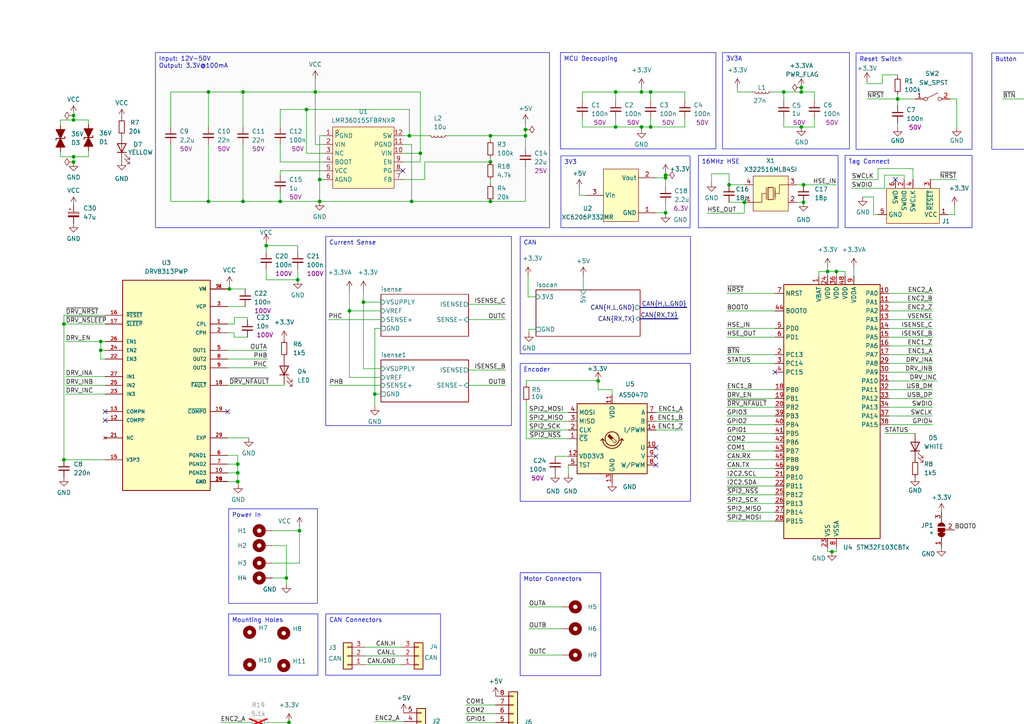
<source format=kicad_sch>
(kicad_sch (version 20250114) (generator "eeschema") (generator_version "9.0")
  (paper "A4")
  (text_box "Motor Connectors\n" (at 150.876 166.116 0) (size 23.368 29.845) (margins 0.9525 0.9525 0.9525 0.9525) (effects (font (size 1.27 1.27)) (justify left top)))
  (text_box "Mounting Holes\n" (at 66.294 178.054 0) (size 25.908 17.78) (margins 0.9525 0.9525 0.9525 0.9525) (effects (font (size 1.27 1.27)) (justify left top)))
  (text_box "MCU\n\n" (at 385.826 28.194 0) (size 78.994 94.996) (margins 0.9525 0.9525 0.9525 0.9525) (effects (font (size 1.27 1.27)) (justify left top)))
  (text_box "CAN Connectors\n\n" (at 94.488 178.054 0) (size 33.274 17.78) (margins 0.9525 0.9525 0.9525 0.9525) (effects (font (size 1.27 1.27)) (justify left top)))
  (text_box "Reset Switch\n" (at 248.285 15.367 0) (size 33.655 27.94) (margins 0.9525 0.9525 0.9525 0.9525) (effects (font (size 1.27 1.27)) (justify left top)))
  (text_box "3V3A\n\n" (at 209.55 15.24 0) (size 36.83 27.94) (margins 0.9525 0.9525 0.9525 0.9525) (effects (font (size 1.27 1.27)) (justify left top)))
  (text_box "16MHz HSE" (at 202.565 45.085 0) (size 40.513 20.955) (margins 0.9525 0.9525 0.9525 0.9525) (effects (font (size 1.27 1.27)) (justify left top)))
  (text_box "3V3\n" (at 162.687 45.212 0) (size 37.465 20.828) (margins 0.9525 0.9525 0.9525 0.9525) (effects (font (size 1.27 1.27)) (justify left top)))
  (text_box "MCU Decoupling\n\n" (at 162.56 15.24 0) (size 45.085 27.94) (margins 0.9525 0.9525 0.9525 0.9525) (effects (font (size 1.27 1.27)) (justify left top)))
  (text_box "CAN\n" (at 150.876 68.58 0) (size 49.403 34.036) (margins 0.9525 0.9525 0.9525 0.9525) (effects (font (size 1.27 1.27)) (justify left top)))
  (text_box "Power In\n" (at 66.294 147.574 0) (size 25.781 27.432) (margins 0.9525 0.9525 0.9525 0.9525) (effects (font (size 1.27 1.27)) (justify left top)))
  (text_box "Encoder\n" (at 150.876 105.41 0) (size 49.403 40.005) (margins 0.9525 0.9525 0.9525 0.9525) (effects (font (size 1.27 1.27)) (justify left top)))
  (text_box "Tag Connect\n" (at 245.11 45.085 0) (size 36.83 20.955) (margins 0.9525 0.9525 0.9525 0.9525) (effects (font (size 1.27 1.27)) (justify left top)))
  (text_box "Current Sense\n" (at 94.488 68.58 0) (size 53.848 54.864) (margins 0.9525 0.9525 0.9525 0.9525) (effects (font (size 1.27 1.27)) (justify left top)))
  (text_box "Button\n\n" (at 287.655 15.367 0) (size 33.655 27.94) (margins 0.9525 0.9525 0.9525 0.9525) (effects (font (size 1.27 1.27)) (justify left top)))
  (text_box "Input: 12V-50V \nOutput: 3.3V@100mA" (at 45.085 15.24 0) (size 114.3 50.8) (margins 0.9525 0.9525 0.9525 0.9525) (fill (type color) (color 194 194 194 0.06)) (effects (font (size 1.27 1.27)) (justify left top)))
  (junction (at 83.058 167.64))
  (junction (at -29.21 189.23))
  (junction (at 152.4 39.37))
  (junction (at 77.216 71.247))
  (junction (at 70.485 58.42))
  (junction (at 83.312 242.57))
  (junction (at 21.336 34.798))
  (junction (at 188.722 26.67))
  (junction (at 186.055 26.67))
  (junction (at 152.4 37.592))
  (junction (at 60.452 26.67))
  (junction (at 105.41 87.63))
  (junction (at 86.868 153.924))
  (junction (at 142.24 58.42))
  (junction (at 29.21 101.6))
  (junction (at 215.9 58.674))
  (junction (at 18.542 93.98))
  (junction (at 241.3 160.02))
  (junction (at -15.24 194.31))
  (junction (at 186.055 36.83))
  (junction (at 68.961 139.7))
  (junction (at 215.9 232.41))
  (junction (at 121.92 44.45))
  (junction (at 108.712 114.3))
  (junction (at 119.38 58.42))
  (junction (at 260.35 28.702))
  (junction (at 18.542 133.35))
  (junction (at 232.41 25.4))
  (junction (at -27.94 163.83))
  (junction (at 83.312 234.95))
  (junction (at 211.455 53.594))
  (junction (at 233.045 58.674))
  (junction (at 173.482 110.49))
  (junction (at 88.9 31.75))
  (junction (at 21.336 33.528))
  (junction (at 86.36 81.153))
  (junction (at 193.04 50.8))
  (junction (at 242.57 78.74))
  (junction (at 101.346 90.17))
  (junction (at 227.33 26.67))
  (junction (at 240.03 78.74))
  (junction (at 118.745 39.37))
  (junction (at 83.82 209.55))
  (junction (at 142.24 39.37))
  (junction (at 233.045 53.594))
  (junction (at 21.336 46.99))
  (junction (at 70.485 26.67))
  (junction (at 193.04 61.722))
  (junction (at 81.28 58.42))
  (junction (at 232.41 36.83))
  (junction (at 68.961 137.16))
  (junction (at 68.961 134.62))
  (junction (at 60.452 58.42))
  (junction (at 92.71 58.42))
  (junction (at 91.44 26.67))
  (junction (at 188.722 36.83))
  (junction (at 66.548 83.82))
  (junction (at 92.71 52.07))
  (junction (at 193.04 51.562))
  (junction (at -11.684 213.868))
  (junction (at 178.562 36.83))
  (junction (at 83.82 217.17))
  (junction (at 29.21 99.06))
  (junction (at 21.336 45.466))
  (junction (at 178.562 26.67))
  (junction (at 232.41 26.67))
  (junction (at 142.24 46.99))
  (no_connect (at 190.246 132.334))
  (no_connect (at 190.246 129.794))
  (no_connect (at 116.84 49.53))
  (no_connect (at 259.715 52.07))
  (no_connect (at -53.34 189.23))
  (no_connect (at 30.48 121.92))
  (no_connect (at 190.246 134.874))
  (no_connect (at 224.79 107.95))
  (no_connect (at -31.75 181.61))
  (no_connect (at 66.04 119.38))
  (no_connect (at -31.75 166.37))
  (no_connect (at -53.34 161.29))
  (no_connect (at 30.48 119.38))
  (wire (pts (xy 66.04 127) (xy 72.136 127)))
  (wire (pts (xy 21.336 34.798) (xy 21.336 33.528)))
  (wire (pts (xy 18.542 93.98) (xy 18.542 91.44)))
  (wire (pts (xy 193.04 61.976) (xy 193.04 61.722)))
  (wire (pts (xy 232.41 26.67) (xy 236.22 26.67)))
  (wire (pts (xy -5.334 213.868) (xy 9.144 213.868)))
  (wire (pts (xy 253.365 62.23) (xy 254.635 62.23)))
  (wire (pts (xy 215.9 61.849) (xy 215.9 58.674)))
  (wire (pts (xy 81.28 49.53) (xy 81.28 50.8)))
  (wire (pts (xy 66.04 134.62) (xy 68.961 134.62)))
  (wire (pts (xy -31.75 189.23) (xy -29.21 189.23)))
  (wire (pts (xy 86.868 152.654) (xy 86.868 153.924)))
  (wire (pts (xy 70.485 36.83) (xy 70.485 26.67)))
  (wire (pts (xy 17.526 45.466) (xy 21.336 45.466)))
  (wire (pts (xy -29.21 161.29) (xy -31.75 161.29)))
  (wire (pts (xy -47.752 214.63) (xy -40.894 214.63)))
  (wire (pts (xy 81.28 58.42) (xy 92.71 58.42)))
  (wire (pts (xy 135.128 217.17) (xy 143.764 217.17)))
  (wire (pts (xy 256.54 54.61) (xy 256.54 50.8)))
  (wire (pts (xy 78.994 167.64) (xy 83.058 167.64)))
  (wire (pts (xy 215.9 231.14) (xy 215.9 232.41)))
  (wire (pts (xy 210.82 130.81) (xy 224.79 130.81)))
  (wire (pts (xy 29.21 99.06) (xy 29.21 101.6)))
  (wire (pts (xy 256.54 50.8) (xy 262.255 50.8)))
  (wire (pts (xy 253.365 57.15) (xy 253.365 62.23)))
  (wire (pts (xy 19.05 111.76) (xy 30.48 111.76)))
  (wire (pts (xy 77.47 217.17) (xy 83.82 217.17)))
  (wire (pts (xy 82.423 111.252) (xy 82.423 111.76)))
  (wire (pts (xy 277.495 36.957) (xy 277.495 28.702)))
  (wire (pts (xy 49.53 41.91) (xy 49.53 58.42)))
  (wire (pts (xy 237.49 80.01) (xy 237.49 78.74)))
  (wire (pts (xy 215.9 238.76) (xy 215.9 241.3)))
  (wire (pts (xy 210.82 105.41) (xy 224.79 105.41)))
  (wire (pts (xy 77.216 71.247) (xy 77.216 73.025)))
  (wire (pts (xy 240.03 78.74) (xy 240.03 80.01)))
  (wire (pts (xy 95.504 111.76) (xy 110.49 111.76)))
  (wire (pts (xy 68.961 132.08) (xy 66.04 132.08)))
  (wire (pts (xy 186.055 36.83) (xy 188.722 36.83)))
  (wire (pts (xy -31.75 171.45) (xy -13.97 171.45)))
  (wire (pts (xy 64.008 224.79) (xy 72.39 224.79)))
  (wire (pts (xy 116.84 52.07) (xy 123.19 52.07)))
  (wire (pts (xy 21.336 33.528) (xy 21.336 33.274)))
  (wire (pts (xy 142.24 40.64) (xy 142.24 39.37)))
  (wire (pts (xy 123.19 46.99) (xy 123.19 52.07)))
  (wire (pts (xy 69.088 140.462) (xy 69.088 139.7)))
  (wire (pts (xy 227.33 26.67) (xy 227.33 29.21)))
  (wire (pts (xy 173.482 110.49) (xy 173.482 113.03)))
  (wire (pts (xy 257.81 120.65) (xy 270.51 120.65)))
  (wire (pts (xy 276.86 59.69) (xy 276.86 62.23)))
  (wire (pts (xy 91.44 26.67) (xy 91.44 41.91)))
  (wire (pts (xy 240.03 160.02) (xy 240.03 158.75)))
  (wire (pts (xy 153.416 119.634) (xy 164.846 119.634)))
  (wire (pts (xy 164.846 134.874) (xy 164.846 137.414)))
  (wire (pts (xy 251.46 28.702) (xy 260.35 28.702)))
  (wire (pts (xy 70.485 58.42) (xy 81.28 58.42)))
  (wire (pts (xy 169.164 80.01) (xy 169.164 84.074)))
  (wire (pts (xy 66.04 93.98) (xy 67.945 93.98)))
  (wire (pts (xy 193.04 50.8) (xy 193.04 50.292)))
  (wire (pts (xy 105.41 106.934) (xy 110.49 106.934)))
  (wire (pts (xy 153.416 189.992) (xy 163.068 189.992)))
  (wire (pts (xy 63.5 242.57) (xy 71.882 242.57)))
  (wire (pts (xy 210.82 146.05) (xy 224.79 146.05)))
  (wire (pts (xy 233.045 53.594) (xy 242.57 53.594)))
  (wire (pts (xy 60.452 58.42) (xy 70.485 58.42)))
  (wire (pts (xy 240.03 78.74) (xy 242.57 78.74)))
  (wire (pts (xy 152.4 35.814) (xy 152.4 37.592)))
  (wire (pts (xy -21.336 213.868) (xy -11.684 213.868)))
  (wire (pts (xy 178.562 26.67) (xy 178.562 29.21)))
  (wire (pts (xy 119.38 41.91) (xy 119.38 58.42)))
  (wire (pts (xy 257.81 107.95) (xy 270.51 107.95)))
  (wire (pts (xy 153.416 124.714) (xy 164.846 124.714)))
  (wire (pts (xy -31.75 176.53) (xy -13.97 176.53)))
  (wire (pts (xy 198.628 29.21) (xy 198.628 26.67)))
  (wire (pts (xy 30.48 104.14) (xy 29.21 104.14)))
  (wire (pts (xy 153.416 122.174) (xy 164.846 122.174)))
  (wire (pts (xy 193.04 51.562) (xy 193.04 50.8)))
  (wire (pts (xy 186.055 37.465) (xy 186.055 36.83)))
  (wire (pts (xy 86.36 78.105) (xy 86.36 81.153)))
  (wire (pts (xy 210.82 123.19) (xy 224.79 123.19)))
  (wire (pts (xy 210.82 143.51) (xy 224.79 143.51)))
  (wire (pts (xy 213.868 26.67) (xy 218.44 26.67)))
  (wire (pts (xy 153.416 182.372) (xy 163.068 182.372)))
  (wire (pts (xy 290.83 28.702) (xy 304.8 28.702)))
  (wire (pts (xy 18.542 93.98) (xy 30.48 93.98)))
  (wire (pts (xy -17.78 184.15) (xy -31.75 184.15)))
  (wire (pts (xy 251.46 24.257) (xy 251.46 23.622)))
  (wire (pts (xy 83.058 167.64) (xy 83.058 169.418)))
  (wire (pts (xy -15.24 194.31) (xy -12.7 194.31)))
  (wire (pts (xy 105.918 192.786) (xy 116.332 192.786)))
  (wire (pts (xy 76.962 242.57) (xy 83.312 242.57)))
  (wire (pts (xy 119.38 58.42) (xy 142.24 58.42)))
  (wire (pts (xy 83.058 158.242) (xy 83.058 167.64)))
  (wire (pts (xy 121.92 44.45) (xy 121.92 26.67)))
  (wire (pts (xy 21.336 34.798) (xy 17.526 34.798)))
  (wire (pts (xy 121.92 26.67) (xy 91.44 26.67)))
  (wire (pts (xy 101.346 90.17) (xy 110.49 90.17)))
  (wire (pts (xy 257.81 92.71) (xy 270.51 92.71)))
  (wire (pts (xy 168.021 56.642) (xy 169.926 56.642)))
  (wire (pts (xy 210.82 125.73) (xy 224.79 125.73)))
  (wire (pts (xy 92.71 52.07) (xy 92.71 58.42)))
  (wire (pts (xy 81.28 31.75) (xy 88.9 31.75)))
  (wire (pts (xy 152.4 58.42) (xy 142.24 58.42)))
  (wire (pts (xy 168.91 26.67) (xy 178.562 26.67)))
  (wire (pts (xy 68.961 134.62) (xy 68.961 137.16)))
  (wire (pts (xy 260.35 27.305) (xy 260.35 28.702)))
  (wire (pts (xy -17.78 194.31) (xy -15.24 194.31)))
  (wire (pts (xy 245.11 80.01) (xy 245.11 78.74)))
  (wire (pts (xy 60.452 41.91) (xy 60.452 58.42)))
  (wire (pts (xy 67.945 96.52) (xy 67.945 97.79)))
  (wire (pts (xy 68.961 137.16) (xy 68.961 139.7)))
  (wire (pts (xy 91.44 23.114) (xy 91.44 26.67)))
  (wire (pts (xy 49.53 36.83) (xy 49.53 26.67)))
  (wire (pts (xy 257.81 95.25) (xy 270.51 95.25)))
  (wire (pts (xy -29.21 195.58) (xy -29.21 189.23)))
  (wire (pts (xy 186.055 26.67) (xy 188.722 26.67)))
  (wire (pts (xy 153.162 80.01) (xy 153.162 86.106)))
  (wire (pts (xy 63.5 250.19) (xy 71.882 250.19)))
  (wire (pts (xy 71.755 92.71) (xy 71.755 92.075)))
  (wire (pts (xy 64.008 217.17) (xy 72.39 217.17)))
  (wire (pts (xy 168.91 29.21) (xy 168.91 26.67)))
  (wire (pts (xy 251.46 24.257) (xy 255.905 24.257)))
  (wire (pts (xy -15.24 194.31) (xy -15.24 195.58)))
  (wire (pts (xy 210.82 97.79) (xy 224.79 97.79)))
  (wire (pts (xy -31.75 168.91) (xy -12.7 168.91)))
  (wire (pts (xy 257.81 87.63) (xy 270.51 87.63)))
  (wire (pts (xy 60.452 26.67) (xy 70.485 26.67)))
  (wire (pts (xy 121.92 46.99) (xy 121.92 44.45)))
  (wire (pts (xy 76.962 250.19) (xy 83.312 250.19)))
  (wire (pts (xy 231.14 58.674) (xy 233.045 58.674)))
  (wire (pts (xy 108.712 214.376) (xy 117.094 214.376)))
  (wire (pts (xy -5.334 216.408) (xy 9.398 216.408)))
  (wire (pts (xy 210.82 133.35) (xy 224.79 133.35)))
  (wire (pts (xy 316.865 36.957) (xy 316.865 28.702)))
  (wire (pts (xy -62.484 214.63) (xy -55.372 214.63)))
  (wire (pts (xy 78.994 163.322) (xy 86.868 163.322)))
  (wire (pts (xy 241.3 160.02) (xy 240.03 160.02)))
  (wire (pts (xy 135.128 209.55) (xy 143.764 209.55)))
  (wire (pts (xy 95.25 92.71) (xy 110.49 92.71)))
  (wire (pts (xy 215.9 232.41) (xy 215.9 233.68)))
  (wire (pts (xy 210.82 102.87) (xy 224.79 102.87)))
  (wire (pts (xy 210.82 95.25) (xy 224.79 95.25)))
  (wire (pts (xy 66.04 101.6) (xy 77.47 101.6)))
  (wire (pts (xy 206.375 50.419) (xy 211.455 50.419)))
  (wire (pts (xy 231.14 53.594) (xy 233.045 53.594)))
  (wire (pts (xy 25.654 34.798) (xy 21.336 34.798)))
  (wire (pts (xy 118.745 31.75) (xy 118.745 39.37)))
  (wire (pts (xy 88.9 31.75) (xy 118.745 31.75)))
  (wire (pts (xy 93.98 39.37) (xy 92.71 39.37)))
  (wire (pts (xy 257.81 90.17) (xy 270.51 90.17)))
  (wire (pts (xy 188.722 34.29) (xy 188.722 36.83)))
  (wire (pts (xy 193.04 51.562) (xy 193.04 54.102)))
  (wire (pts (xy 30.48 133.35) (xy 18.542 133.35)))
  (wire (pts (xy 255.905 24.257) (xy 255.905 21.717)))
  (wire (pts (xy 71.755 92.075) (xy 67.945 92.075)))
  (wire (pts (xy 29.21 101.6) (xy 30.48 101.6)))
  (wire (pts (xy 190.246 61.722) (xy 193.04 61.722)))
  (wire (pts (xy 108.712 95.25) (xy 108.712 114.3)))
  (wire (pts (xy 168.91 36.83) (xy 178.562 36.83)))
  (wire (pts (xy 135.89 92.71) (xy 146.685 92.71)))
  (wire (pts (xy 135.128 204.47) (xy 143.764 204.47)))
  (wire (pts (xy 101.346 109.474) (xy 110.49 109.474)))
  (wire (pts (xy 19.05 114.3) (xy 30.48 114.3)))
  (wire (pts (xy 242.57 160.02) (xy 242.57 158.75)))
  (bus (pts (xy 185.674 92.456) (xy 196.596 92.456)))
  (wire (pts (xy 188.722 26.67) (xy 188.722 29.21)))
  (wire (pts (xy 211.455 53.594) (xy 215.9 53.594)))
  (wire (pts (xy 135.89 107.315) (xy 146.685 107.315)))
  (wire (pts (xy 135.128 214.63) (xy 143.764 214.63)))
  (wire (pts (xy 49.53 58.42) (xy 60.452 58.42)))
  (wire (pts (xy 173.482 113.03) (xy 177.546 113.03)))
  (wire (pts (xy 19.05 109.22) (xy 30.48 109.22)))
  (wire (pts (xy 93.98 44.45) (xy 88.9 44.45)))
  (wire (pts (xy 257.81 102.87) (xy 270.51 102.87)))
  (wire (pts (xy 25.654 43.688) (xy 25.654 45.466)))
  (wire (pts (xy 105.918 190.246) (xy 116.332 190.246)))
  (wire (pts (xy 224.79 113.03) (xy 210.82 113.03)))
  (wire (pts (xy 152.654 127.254) (xy 164.846 127.254)))
  (wire (pts (xy 83.82 217.17) (xy 83.82 209.55)))
  (wire (pts (xy 29.21 99.06) (xy 30.48 99.06)))
  (wire (pts (xy 101.346 90.17) (xy 101.346 109.474)))
  (wire (pts (xy 17.526 43.942) (xy 17.526 45.466)))
  (wire (pts (xy 276.86 62.23) (xy 274.955 62.23)))
  (wire (pts (xy 206.375 52.959) (xy 206.375 50.419)))
  (wire (pts (xy 264.795 52.07) (xy 264.795 48.895)))
  (wire (pts (xy -21.082 216.408) (xy -10.414 216.408)))
  (wire (pts (xy 232.41 36.83) (xy 236.22 36.83)))
  (wire (pts (xy 77.216 81.153) (xy 86.36 81.153)))
  (wire (pts (xy 257.81 100.33) (xy 270.51 100.33)))
  (wire (pts (xy 66.548 83.82) (xy 71.12 83.82)))
  (wire (pts (xy 152.654 111.506) (xy 152.654 110.363)))
  (wire (pts (xy 77.216 70.612) (xy 77.216 71.247)))
  (wire (pts (xy 67.945 92.075) (xy 67.945 93.98)))
  (wire (pts (xy 68.961 134.62) (xy 68.961 132.08)))
  (wire (pts (xy 135.89 88.265) (xy 146.685 88.265)))
  (wire (pts (xy 108.712 211.836) (xy 117.094 211.836)))
  (wire (pts (xy 178.562 34.29) (xy 178.562 36.83)))
  (wire (pts (xy -31.75 173.99) (xy -13.97 173.99)))
  (wire (pts (xy 92.71 58.42) (xy 119.38 58.42)))
  (wire (pts (xy 91.44 41.91) (xy 93.98 41.91)))
  (bus (pts (xy 185.674 89.154) (xy 199.136 89.154)))
  (wire (pts (xy 257.81 118.11) (xy 270.51 118.11)))
  (wire (pts (xy 92.71 39.37) (xy 92.71 52.07)))
  (wire (pts (xy 210.82 115.57) (xy 224.79 115.57)))
  (wire (pts (xy 18.542 91.44) (xy 30.48 91.44)))
  (wire (pts (xy 108.712 95.25) (xy 110.49 95.25)))
  (wire (pts (xy 242.57 78.74) (xy 245.11 78.74)))
  (wire (pts (xy -11.684 213.868) (xy -10.414 213.868)))
  (wire (pts (xy 135.128 207.01) (xy 143.764 207.01)))
  (wire (pts (xy 70.485 41.91) (xy 70.485 58.42)))
  (wire (pts (xy 232.41 25.4) (xy 232.41 26.67)))
  (wire (pts (xy 257.81 85.09) (xy 270.51 85.09)))
  (wire (pts (xy -31.75 179.07) (xy -13.97 179.07)))
  (wire (pts (xy 116.84 44.45) (xy 121.92 44.45)))
  (wire (pts (xy 210.82 85.09) (xy 224.79 85.09)))
  (wire (pts (xy 210.82 118.11) (xy 224.79 118.11)))
  (wire (pts (xy 277.495 28.702) (xy 275.59 28.702)))
  (wire (pts (xy 35.306 39.37) (xy 35.306 39.116)))
  (wire (pts (xy 68.961 139.7) (xy 69.088 139.7)))
  (wire (pts (xy 188.722 36.83) (xy 198.628 36.83)))
  (wire (pts (xy 76.962 234.95) (xy 83.312 234.95)))
  (wire (pts (xy 142.24 39.37) (xy 152.4 39.37)))
  (wire (pts (xy 152.654 116.586) (xy 152.654 127.254)))
  (wire (pts (xy -17.78 187.96) (xy -17.78 184.15)))
  (wire (pts (xy 277.495 52.07) (xy 269.875 52.07)))
  (wire (pts (xy 198.628 36.83) (xy 198.628 34.29)))
  (wire (pts (xy 227.33 36.83) (xy 232.41 36.83)))
  (wire (pts (xy 173.482 110.363) (xy 173.482 110.49)))
  (wire (pts (xy 105.41 87.63) (xy 110.49 87.63)))
  (wire (pts (xy 190.246 51.562) (xy 193.04 51.562)))
  (wire (pts (xy -11.684 211.836) (xy -11.684 213.868)))
  (wire (pts (xy 256.54 125.73) (xy 265.43 125.73)))
  (wire (pts (xy 83.312 250.19) (xy 83.312 242.57)))
  (wire (pts (xy -29.21 189.23) (xy -29.21 161.29)))
  (wire (pts (xy 210.82 151.13) (xy 224.79 151.13)))
  (wire (pts (xy 255.905 21.717) (xy 260.35 21.717)))
  (wire (pts (xy 210.82 148.59) (xy 224.79 148.59)))
  (wire (pts (xy 101.346 84.074) (xy 101.346 90.17)))
  (wire (pts (xy 86.36 71.247) (xy 86.36 73.025)))
  (wire (pts (xy 118.745 39.37) (xy 116.84 39.37)))
  (wire (pts (xy 168.91 34.29) (xy 168.91 36.83)))
  (wire (pts (xy 153.416 176.022) (xy 163.068 176.022)))
  (wire (pts (xy 152.654 110.363) (xy 173.482 110.363)))
  (wire (pts (xy 77.216 78.105) (xy 77.216 81.153)))
  (wire (pts (xy 236.22 36.83) (xy 236.22 34.29)))
  (wire (pts (xy 190.246 122.174) (xy 198.12 122.174)))
  (wire (pts (xy -27.94 163.83) (xy -31.75 163.83)))
  (wire (pts (xy 66.04 139.7) (xy 68.961 139.7)))
  (wire (pts (xy 18.542 133.35) (xy 18.542 93.98)))
  (wire (pts (xy 64.008 209.55) (xy 72.39 209.55)))
  (wire (pts (xy -27.94 153.67) (xy -27.94 163.83)))
  (wire (pts (xy 210.82 138.43) (xy 224.79 138.43)))
  (wire (pts (xy 178.562 26.67) (xy 186.055 26.67)))
  (wire (pts (xy 93.98 49.53) (xy 81.28 49.53)))
  (wire (pts (xy 152.4 37.592) (xy 152.4 39.37)))
  (wire (pts (xy 83.312 242.57) (xy 83.312 234.95)))
  (wire (pts (xy 257.81 105.41) (xy 270.51 105.41)))
  (wire (pts (xy 236.22 26.67) (xy 236.22 29.21)))
  (wire (pts (xy 66.04 106.68) (xy 77.47 106.68)))
  (wire (pts (xy 21.336 45.466) (xy 21.336 46.99)))
  (wire (pts (xy -12.7 194.31) (xy -12.7 193.04)))
  (wire (pts (xy 210.82 140.97) (xy 224.79 140.97)))
  (wire (pts (xy 105.41 87.63) (xy 105.41 84.074)))
  (wire (pts (xy 247.015 54.61) (xy 256.54 54.61)))
  (wire (pts (xy 270.51 115.57) (xy 257.81 115.57)))
  (wire (pts (xy 198.628 26.67) (xy 188.722 26.67)))
  (wire (pts (xy 78.994 153.924) (xy 86.868 153.924)))
  (wire (pts (xy 227.33 26.67) (xy 232.41 26.67)))
  (wire (pts (xy 29.21 104.14) (xy 29.21 101.6)))
  (wire (pts (xy 153.162 86.106) (xy 155.448 86.106)))
  (wire (pts (xy 205.105 61.849) (xy 215.9 61.849)))
  (wire (pts (xy 210.82 128.27) (xy 224.79 128.27)))
  (wire (pts (xy 260.35 21.717) (xy 260.35 22.225)))
  (wire (pts (xy 210.82 90.17) (xy 224.79 90.17)))
  (wire (pts (xy 316.865 28.702) (xy 314.96 28.702)))
  (wire (pts (xy 77.47 224.79) (xy 83.82 224.79)))
  (wire (pts (xy 270.51 123.19) (xy 257.81 123.19)))
  (wire (pts (xy 78.994 158.242) (xy 83.058 158.242)))
  (wire (pts (xy 190.246 124.714) (xy 198.12 124.714)))
  (wire (pts (xy 153.416 95.504) (xy 155.448 95.504)))
  (wire (pts (xy 142.24 52.07) (xy 142.24 53.34)))
  (wire (pts (xy 88.9 44.45) (xy 88.9 31.75)))
  (wire (pts (xy 152.4 39.37) (xy 152.4 43.18)))
  (wire (pts (xy 66.04 83.82) (xy 66.548 83.82)))
  (wire (pts (xy 152.4 48.26) (xy 152.4 58.42)))
  (wire (pts (xy 105.918 187.706) (xy 116.332 187.706)))
  (wire (pts (xy 66.04 88.9) (xy 71.12 88.9)))
  (wire (pts (xy 207.518 232.41) (xy 215.9 232.41)))
  (wire (pts (xy 262.255 50.8) (xy 262.255 52.07)))
  (wire (pts (xy 210.82 120.65) (xy 224.79 120.65)))
  (wire (pts (xy 260.35 28.702) (xy 260.35 30.607)))
  (wire (pts (xy 66.04 96.52) (xy 67.945 96.52)))
  (wire (pts (xy 108.712 114.3) (xy 108.712 117.856)))
  (wire (pts (xy 25.654 34.798) (xy 25.654 36.068)))
  (wire (pts (xy 213.868 25.4) (xy 213.868 26.67)))
  (wire (pts (xy 135.89 111.76) (xy 146.685 111.76)))
  (wire (pts (xy 70.485 26.67) (xy 91.44 26.67)))
  (wire (pts (xy 49.53 26.67) (xy 60.452 26.67)))
  (wire (pts (xy 271.78 110.49) (xy 257.81 110.49)))
  (wire (pts (xy 241.3 160.02) (xy 242.57 160.02)))
  (wire (pts (xy 77.216 71.247) (xy 86.36 71.247)))
  (wire (pts (xy 81.28 55.88) (xy 81.28 58.42)))
  (wire (pts (xy 168.021 54.61) (xy 168.021 56.642)))
  (wire (pts (xy 177.546 113.03) (xy 177.546 114.554)))
  (wire (pts (xy 190.246 119.634) (xy 198.12 119.634)))
  (wire (pts (xy 66.04 104.14) (xy 77.597 104.14)))
  (wire (pts (xy 66.548 82.804) (xy 66.548 83.82)))
  (wire (pts (xy 264.795 48.895) (xy 254.635 48.895)))
  (wire (pts (xy -31.75 186.69) (xy -27.94 186.69)))
  (wire (pts (xy 81.28 46.99) (xy 93.98 46.99)))
  (wire (pts (xy 270.51 113.03) (xy 257.81 113.03)))
  (wire (pts (xy 178.562 36.83) (xy 186.055 36.83)))
  (wire (pts (xy 242.57 78.74) (xy 242.57 80.01)))
  (wire (pts (xy 123.19 46.99) (xy 142.24 46.99)))
  (wire (pts (xy -12.7 168.91) (xy -12.7 187.96)))
  (wire (pts (xy 260.35 28.702) (xy 265.43 28.702)))
  (wire (pts (xy 60.452 26.67) (xy 60.452 36.83)))
  (wire (pts (xy 210.82 135.89) (xy 224.79 135.89)))
  (wire (pts (xy 105.41 87.63) (xy 105.41 106.934)))
  (wire (pts (xy 67.945 97.79) (xy 71.755 97.79)))
  (wire (pts (xy 193.04 61.722) (xy 193.04 59.182)))
  (wire (pts (xy -27.94 186.69) (xy -27.94 163.83)))
  (wire (pts (xy 211.455 50.419) (xy 211.455 53.594)))
  (wire (pts (xy 223.52 26.67) (xy 227.33 26.67)))
  (wire (pts (xy 211.455 58.674) (xy 215.9 58.674)))
  (wire (pts (xy 92.71 52.07) (xy 93.98 52.07)))
  (wire (pts (xy -17.78 193.04) (xy -17.78 194.31)))
  (wire (pts (xy 240.03 77.47) (xy 240.03 78.74)))
  (wire (pts (xy 110.49 114.3) (xy 108.712 114.3)))
  (wire (pts (xy 142.24 45.72) (xy 142.24 46.99)))
  (wire (pts (xy 247.65 77.47) (xy 247.65 80.01)))
  (wire (pts (xy 260.35 36.957) (xy 260.35 35.687)))
  (wire (pts (xy 83.82 224.79) (xy 83.82 217.17)))
  (wire (pts (xy 227.33 34.29) (xy 227.33 36.83)))
  (wire (pts (xy 129.54 39.37) (xy 142.24 39.37)))
  (wire (pts (xy 63.5 234.95) (xy 71.882 234.95)))
  (wire (pts (xy 66.04 111.76) (xy 82.423 111.76)))
  (wire (pts (xy 254.635 52.07) (xy 247.015 52.07)))
  (wire (pts (xy 253.365 57.15) (xy 250.19 57.15)))
  (wire (pts (xy 108.712 209.296) (xy 117.094 209.296)))
  (wire (pts (xy 257.81 97.79) (xy 270.51 97.79)))
  (wire (pts (xy 17.526 34.798) (xy 17.526 36.322)))
  (wire (pts (xy 118.745 39.37) (xy 124.46 39.37)))
  (wire (pts (xy 153.416 96.52) (xy 153.416 95.504)))
  (wire (pts (xy 81.28 31.75) (xy 81.28 36.83)))
  (wire (pts (xy 81.28 46.99) (xy 81.28 41.91)))
  (wire (pts (xy 86.868 153.924) (xy 86.868 163.322)))
  (wire (pts (xy 21.336 45.466) (xy 25.654 45.466)))
  (wire (pts (xy 237.49 78.74) (xy 240.03 78.74)))
  (wire (pts (xy 161.036 132.334) (xy 164.846 132.334)))
  (wire (pts (xy 19.05 99.06) (xy 29.21 99.06)))
  (wire (pts (xy 186.055 25.4) (xy 186.055 26.67)))
  (wire (pts (xy 116.84 46.99) (xy 121.92 46.99)))
  (wire (pts (xy 77.47 209.55) (xy 83.82 209.55)))
  (wire (pts (xy 135.128 212.09) (xy 143.764 212.09)))
  (wire (pts (xy 116.84 41.91) (xy 119.38 41.91)))
  (wire (pts (xy 66.04 137.16) (xy 68.961 137.16)))
  (wire (pts (xy 254.635 48.895) (xy 254.635 52.07)))
  (label "CAN.TX" (at 210.82 135.89 0))
  (label "~{NRST}" (at 277.495 52.07 180))
  (label "CAN.H" (at 114.808 187.706 180))
  (label "ENC1_A" (at 198.12 119.634 180))
  (label "SWCLK" (at 270.51 120.65 180))
  (label "BOOT0" (at 276.86 153.67 0))
  (label "DRV_INA" (at 19.05 109.22 0))
  (label "GPIO2" (at 135.128 212.09 0))
  (label "ENC1_A" (at 270.51 102.87 180))
  (label "COM2" (at 210.82 128.27 0))
  (label "CAN{RX,TX}" (at 196.596 92.456 180))
  (label "~{DRV_NRST}" (at 19.05 91.44 0))
  (label "CAN.GND" (at 114.808 192.786 180))
  (label "OUTC" (at 146.685 92.71 180))
  (label "USB_DM_EXT" (at 9.398 216.408 180))
  (label "PHC" (at 77.47 106.68 180))
  (label "PHB" (at 95.504 111.76 0))
  (label "SWCLK" (at 247.015 52.07 0))
  (label "DRV_INA" (at 270.51 105.41 180))
  (label "I2C2.SCL" (at 210.82 138.43 0))
  (label "~{NRST}" (at 210.82 85.09 0))
  (label "SPI2_MISO" (at 210.82 148.59 0))
  (label "VSENSE" (at 270.51 92.71 180))
  (label "USB_DP_EXT" (at -13.97 173.99 180))
  (label "GPIO2" (at 210.82 123.19 0))
  (label "STATUS" (at 256.54 125.73 0))
  (label "STATUS" (at 210.82 105.41 0))
  (label "COM2" (at 135.128 207.01 0))
  (label "HSE_IN" (at 210.82 95.25 0))
  (label "USB_DM" (at -21.082 216.408 0))
  (label "ENC2_A" (at 270.51 85.09 180))
  (label "SWDIO" (at 270.51 118.11 180))
  (label "GPIO3" (at 135.128 214.63 0))
  (label "SPI2_MOSI" (at 153.416 119.634 0))
  (label "ENC1_B" (at 63.5 242.57 0))
  (label "ENC1_Z" (at 270.51 100.33 180))
  (label "~{BTN}" (at 290.83 28.702 0))
  (label "COM1" (at 210.82 130.81 0))
  (label "DRV_INC" (at 271.78 110.49 180))
  (label "~{DRV_NFAULT}" (at 210.82 118.11 0))
  (label "SPI2_SCK" (at 210.82 146.05 0))
  (label "ENC2_A" (at 108.712 209.296 0))
  (label "ENC2_Z" (at 270.51 90.17 180))
  (label "ENC2_Z" (at 108.712 214.376 0))
  (label "USB_DM_EXT" (at -13.97 171.45 180))
  (label "VSENSE" (at 207.518 232.41 0))
  (label "ENC2_A" (at 64.008 209.55 0))
  (label "ENC2_B" (at 270.51 87.63 180))
  (label "~{DRV_NSLEEP}" (at 19.05 93.98 0))
  (label "COM1" (at 135.128 204.47 0))
  (label "SPI2_MISO" (at 153.416 122.174 0))
  (label "GPIO1" (at 135.128 209.55 0))
  (label "ENC1_Z" (at 198.12 124.714 180))
  (label "SPI2_SCK" (at 153.416 124.714 0))
  (label "OUTC" (at 153.416 189.992 0))
  (label "ENC1_B" (at 210.82 113.03 0))
  (label "BOOT0" (at 210.82 90.17 0))
  (label "~{SPI2_NSS}" (at 153.543 127.254 0))
  (label "SWDIO" (at 247.015 54.61 0))
  (label "HSE_OUT" (at 210.82 97.79 0))
  (label "CAN{H,L,GND}" (at 199.136 89.154 180))
  (label "GPIO4" (at 135.128 217.17 0))
  (label "USB_DP" (at -21.336 213.868 0))
  (label "HSE_OUT" (at 205.105 61.849 0))
  (label "ISENSE_C" (at 146.685 88.265 180))
  (label "ENC1_Z" (at 63.5 250.19 0))
  (label "I2C2.SDA" (at 210.82 140.97 0))
  (label "~{NRST}" (at 251.46 28.702 0))
  (label "OUTB" (at 146.685 111.76 180))
  (label "USB_DP_EXT" (at 9.144 213.868 180))
  (label "OUTB" (at 153.416 182.372 0))
  (label "DRV_EN" (at 19.05 99.06 0))
  (label "USB_DP" (at 270.51 115.57 180))
  (label "ISENSE_C" (at 270.51 95.25 180))
  (label "HSE_IN" (at 242.57 53.594 180))
  (label "CAN.RX" (at 210.82 133.35 0))
  (label "OUTA" (at 153.416 176.022 0))
  (label "DRV_INB" (at 19.05 111.76 0))
  (label "PHC" (at 95.25 92.71 0))
  (label "ENC2_B" (at 108.712 211.836 0))
  (label "USB_DM" (at 270.51 113.03 180))
  (label "DRV_INC" (at 19.05 114.3 0))
  (label "ENC1_A" (at 63.5 234.95 0))
  (label "DRV_INB" (at 270.51 107.95 180))
  (label "CAN.L" (at 114.808 190.246 180))
  (label "ISENSE_B" (at 270.51 97.79 180))
  (label "OUTA" (at 77.47 101.6 180))
  (label "USB_DP_EXT" (at -13.97 179.07 180))
  (label "ENC2_Z" (at 64.008 224.79 0))
  (label "ISENSE_B" (at 146.685 107.315 180))
  (label "~{SPI2_NSS}" (at 210.82 143.51 0))
  (label "PHB" (at 77.597 104.14 180))
  (label "SPI2_MOSI" (at 210.82 151.13 0))
  (label "GPIO1" (at 210.82 125.73 0))
  (label "USB_DM_EXT" (at -13.97 176.53 180))
  (label "GPIO4" (at 270.51 123.19 180))
  (label "~{BTN}" (at 210.82 102.87 0))
  (label "ENC2_B" (at 64.008 217.17 0))
  (label "~{DRV_NFAULT}" (at 78.105 111.76 180))
  (label "ENC1_B" (at 198.12 122.174 180))
  (label "GPIO3" (at 210.82 120.65 0))
  (label "DRV_EN" (at 210.82 115.57 0))
  (symbol (lib_id "Device:C_Small") (at 260.35 33.147 0) (unit 1)
    (property "Reference" "C7" (at 262.89 31.877 0) (effects (justify left)))
    (property "Value" "100n" (at 262.89 34.417 0) (effects (justify left)))
    (property "Footprint" "Capacitor_SMD:C_0402_1005Metric" (effects (hide yes)))
    (property "Rating" "50V" (at 265.43 36.957 0))
    (property "LCSC" "C307331" (effects (hide yes)))
  )
  (symbol (lib_id "power:GND") (at 108.712 117.856 0) (unit 1)
    (property "Reference" "#PWR037" (effects (hide yes)))
    (property "Value" "GND" (at 108.712 122.301 0))
  )
  (symbol (lib_id "power:+3.3VA") (at 247.65 77.47 0) (unit 1)
    (property "Reference" "#PWR026" (effects (hide yes)))
    (property "Value" "+3.3VA" (at 247.65 72.39 0))
  )
  (symbol (lib_id "power:GND") (at 117.094 216.916 0) (mirror y) (unit 1)
    (property "Reference" "#PWR065" (effects (hide yes)))
    (property "Value" "GND" (at 113.538 218.186 0))
  )
  (symbol (lib_name "+3.3V_2") (lib_id "power:+3.3V") (at 251.46 23.622 0) (unit 1)
    (property "Reference" "#PWR01" (effects (hide yes)))
    (property "Value" "+3.3V" (at 251.46 19.812 0))
  )
  (symbol (lib_id "power:GND") (at 233.045 58.674 0) (unit 1)
    (property "Reference" "#PWR021" (effects (hide yes)))
    (property "Value" "GND" (at 233.045 63.754 0))
  )
  (symbol (lib_name "+3.3V_3") (lib_id "power:+3.3V") (at 173.482 110.49 0) (unit 1)
    (property "Reference" "#PWR035" (effects (hide yes)))
    (property "Value" "+3.3V" (at 173.228 106.934 0))
  )
  (symbol (lib_id "MCU_ST_STM32F1:STM32F103CBTx") (at 240.03 120.65 0) (unit 1)
    (property "Reference" "U4" (at 244.5259 158.75 0) (effects (justify left)))
    (property "Value" "STM32F103CBTx" (at 248.285 158.75 0) (effects (justify left)))
    (property "Footprint" "Package_QFP:LQFP-48_7x7mm_P0.5mm" (effects (hide yes)))
    (property "Datasheet" "https://www.st.com/resource/en/datasheet/stm32f103cb.pdf" (effects (hide yes)))
    (property "LCSC" "C8304" (effects (hide yes)))
  )
  (symbol (lib_id "Device:C_Small") (at 193.04 56.642 0) (unit 1)
    (property "Reference" "C18" (at 195.58 55.372 0) (effects (justify left)))
    (property "Value" "2.2u" (at 195.58 57.912 0) (effects (justify left)))
    (property "Footprint" "Capacitor_SMD:C_0402_1005Metric" (effects (hide yes)))
    (property "LCSC" "C12530" (effects (hide yes)))
    (property "Rating" "6.3V" (at 197.485 60.452 0))
  )
  (symbol (lib_id "power:GND") (at 18.542 138.43 0) (unit 1)
    (property "Reference" "#PWR02" (effects (hide yes)))
    (property "Value" "GND" (at 18.542 142.875 0))
  )
  (symbol (lib_id "easyeda:XC6206P332MR") (at 180.086 56.642 0) (unit 1)
    (property "Reference" "U2" (at 170.434 60.452 0))
    (property "Value" "XC6206P332MR" (at 170.434 62.992 0))
    (property "Footprint" "easyeda:SOT-23-3_L2.9-W1.6-P1.90-LS2.8-BR" (effects (hide yes)))
    (property "Datasheet" "https://lcsc.com/product-detail/Low-Dropout-Regulators-LDO_XC6206P332MR_C5446.html" (effects (hide yes)))
    (property "LCSC Part" "C5446" (effects (hide yes)))
  )
  (symbol (lib_id "Device:R_Small") (at 142.24 43.18 0) (unit 1)
    (property "Reference" "R3" (at 144.145 41.91 0) (effects (justify left)))
    (property "Value" "100k" (at 144.145 44.45 0) (effects (justify left)))
    (property "Footprint" "Resistor_SMD:R_0402_1005Metric" (effects (hide yes)))
    (property "LCSC" "C25741" (effects (hide yes)))
  )
  (symbol (lib_id "Device:C_Small") (at 81.28 53.34 0) (unit 1)
    (property "Reference" "C15" (at 83.82 52.07 0) (effects (justify left)))
    (property "Value" "1u" (at 83.82 54.61 0) (effects (justify left)))
    (property "Footprint" "Capacitor_SMD:C_0603_1608Metric" (effects (hide yes)))
    (property "Rating" "50V" (at 85.725 57.15 0))
    (property "LCSC" "C15849" (effects (hide yes)))
  )
  (symbol (lib_name "+3.3V_1") (lib_id "power:+3.3V") (at 240.03 77.47 0) (unit 1)
    (property "Reference" "#PWR025" (effects (hide yes)))
    (property "Value" "+3.3V" (at 240.03 72.39 0))
  )
  (symbol (lib_id "Device:C_Small") (at 211.455 56.134 0) (mirror y) (unit 1)
    (property "Reference" "C16" (at 213.36 54.864 0) (effects (justify right)))
    (property "Value" "18p" (at 213.36 57.404 0) (effects (justify right)))
    (property "Footprint" "Capacitor_SMD:C_0402_1005Metric" (effects (hide yes)))
    (property "LCSC Part" "C1549" (effects (hide yes)))
    (property "LCSC" "C1549" (effects (hide yes)))
  )
  (symbol (lib_id "power:GND") (at 277.495 36.957 0) (unit 1)
    (property "Reference" "#PWR011" (effects (hide yes)))
    (property "Value" "GND" (at 277.495 40.767 0))
  )
  (symbol (lib_id "Device:R_Small") (at -12.7 190.5 0) (unit 1)
    (property "Reference" "R14" (at -10.541 189.23 0) (effects (justify left)))
    (property "Value" "5.1k" (at -10.541 191.77 0) (effects (justify left)))
    (property "Footprint" "Resistor_SMD:R_0402_1005Metric" (effects (hide yes)))
    (property "LCSC" "C25905" (effects (hide yes)))
  )
  (symbol (lib_id "Device:L_Small") (at 220.98 26.67 270) (unit 1)
    (property "Reference" "L1" (at 220.98 25.4 90))
    (property "Value" "27n" (at 222.25 29.21 90) (effects (justify right)))
    (property "Footprint" "Inductor_SMD:L_0603_1608Metric" (effects (hide yes)))
    (property "LCSC" "C280267" (effects (hide yes)))
  )
  (symbol (lib_id "Mechanical:MountingHole_Pad") (at 165.608 189.992 270) (unit 1) (in_bom no)
    (property "Reference" "H9" (at 170.434 189.992 90) (effects (justify left)))
    (property "Value" "MountingHole_Pad" (effects (hide yes)))
    (property "Footprint" "local_lib:2x3" (effects (hide yes)))
  )
  (symbol (lib_id "Device:R_Small") (at -7.874 213.868 90) (unit 1)
    (property "Reference" "R11" (at -7.874 208.28 90))
    (property "Value" "22" (at -7.874 210.82 90))
    (property "Footprint" "Resistor_SMD:R_0402_1005Metric" (effects (hide yes)))
    (property "LCSC" "C25092" (effects (hide yes)))
  )
  (symbol (lib_id "power:VCC") (at 21.336 33.274 0) (unit 1)
    (property "Reference" "#PWR07" (effects (hide yes)))
    (property "Value" "VCC" (at 21.336 28.829 0))
  )
  (symbol (lib_id "power:+5V") (at 168.021 54.61 0) (unit 1)
    (property "Reference" "#PWR018" (effects (hide yes)))
    (property "Value" "+5V" (at 168.021 50.292 0))
  )
  (symbol (lib_id "power:GND") (at 35.306 46.736 0) (unit 1)
    (property "Reference" "#PWR063" (effects (hide yes)))
    (property "Value" "GND" (at 35.306 51.816 0))
  )
  (symbol (lib_id "Device:R_Small") (at 260.35 24.765 0) (unit 1)
    (property "Reference" "R1" (at 262.255 23.495 0) (effects (justify left)))
    (property "Value" "100k" (at 262.255 26.035 0) (effects (justify left)))
    (property "Footprint" "Resistor_SMD:R_0402_1005Metric" (effects (hide yes)))
    (property "LCSC" "C25741" (effects (hide yes)))
  )
  (symbol (lib_id "Device:C_Small") (at 168.91 31.75 0) (unit 1)
    (property "Reference" "C1" (at 171.45 30.48 0) (effects (justify left)))
    (property "Value" "100n" (at 171.45 33.02 0) (effects (justify left)))
    (property "Footprint" "Capacitor_SMD:C_0402_1005Metric" (effects (hide yes)))
    (property "Rating" "50V" (at 173.99 35.56 0))
    (property "LCSC" "C307331" (effects (hide yes)))
  )
  (symbol (lib_id "Device:R_Small") (at 74.93 209.55 90) (unit 1) (dnp yes)
    (property "Reference" "R19" (at 74.93 204.47 90))
    (property "Value" "5.1k" (at 74.93 207.01 90))
    (property "Footprint" "Resistor_SMD:R_0402_1005Metric" (effects (hide yes)))
    (property "LCSC" "C25905" (effects (hide yes)))
  )
  (symbol (lib_id "Device:LED") (at 265.43 129.54 90) (unit 1)
    (property "Reference" "D5" (at 269.24 127 90) (effects (justify right)))
    (property "Value" "WHITE" (at 267.97 129.54 90) (effects (justify right)))
    (property "Footprint" "LED_SMD:LED_0603_1608Metric" (effects (hide yes)))
    (property "LCSC" "C2290" (effects (hide yes)))
  )
  (symbol (lib_name "+3.3V_3") (lib_id "power:+3.3V") (at 82.423 98.552 0) (unit 1)
    (property "Reference" "#PWR034" (effects (hide yes)))
    (property "Value" "+3.3V" (at 82.423 93.472 0))
  )
  (symbol (lib_id "power:+5V") (at 152.4 35.814 0) (unit 1)
    (property "Reference" "#PWR08" (effects (hide yes)))
    (property "Value" "+5V" (at 152.4 31.496 0))
  )
  (symbol (lib_id "power:GND") (at 21.336 64.77 0) (unit 1)
    (property "Reference" "#PWR067" (effects (hide yes)))
    (property "Value" "GND" (at 21.336 69.215 0))
  )
  (symbol (lib_id "power:VCC") (at 86.868 152.654 0) (unit 1)
    (property "Reference" "#PWR044" (effects (hide yes)))
    (property "Value" "VCC" (at 82.55 151.13 0))
  )
  (symbol (lib_id "Mechanical:MountingHole_Pad") (at 76.454 163.322 90) (mirror x) (unit 1) (in_bom no)
    (property "Reference" "H3" (at 71.628 163.322 90) (effects (justify left)))
    (property "Value" "MountingHole_Pad" (effects (hide yes)))
    (property "Footprint" "local_lib:2x4" (effects (hide yes)))
  )
  (symbol (lib_id "Device:R_Small") (at 215.9 236.22 180) (unit 1)
    (property "Reference" "R26" (at 222.25 237.236 0) (effects (justify left)))
    (property "Value" "10k" (at 221.742 234.696 0) (effects (justify left)))
    (property "Footprint" "Resistor_SMD:R_0402_1005Metric" (effects (hide yes)))
    (property "LCSC" "C25744" (effects (hide yes)))
  )
  (symbol (lib_id "power:GND") (at 72.136 127 0) (unit 1)
    (property "Reference" "#PWR071" (effects (hide yes)))
    (property "Value" "GND" (at 72.136 131.445 0))
  )
  (symbol (lib_id "power:GND") (at 143.764 219.71 0) (mirror y) (unit 1)
    (property "Reference" "#PWR070" (effects (hide yes)))
    (property "Value" "GND" (at 140.208 220.98 0))
  )
  (symbol (lib_id "Connector_Generic:Conn_01x08") (at 148.844 212.09 0) (mirror x) (unit 1)
    (property "Reference" "J6" (at 154.432 209.423 0) (effects (justify right)))
    (property "Value" "GPIO" (at 159.512 212.344 0) (effects (justify right)))
    (property "Footprint" "easyeda:CONN-SMD_8P-P1.00_MEGASTAR_ZX-SH1.0-8PWT" (effects (hide yes)))
    (property "LCSC Part" "C7430450" (effects (hide yes)))
  )
  (symbol (lib_id "power:+5V") (at 117.094 206.756 0) (unit 1)
    (property "Reference" "#PWR066" (effects (hide yes)))
    (property "Value" "+5V" (at 117.094 202.438 0))
  )
  (symbol (lib_id "Device:D_TVS_Filled") (at 25.654 39.878 90) (mirror x) (unit 1)
    (property "Reference" "D1" (at 28.702 41.148 90) (effects (justify right)))
    (property "Value" "36V" (at 28.702 38.608 90) (effects (justify right)))
    (property "Footprint" "Diode_SMD:D_SOD-323" (effects (hide yes)))
    (property "LCSC" "C92677" (effects (hide yes)))
  )
  (symbol (lib_id "power:+5VD") (at -62.484 214.63 0) (unit 1)
    (property "Reference" "#PWR058" (effects (hide yes)))
    (property "Value" "+5VD" (at -62.484 210.82 0))
  )
  (symbol (lib_name "+3.3V_1") (lib_id "power:+3.3V") (at 273.05 148.59 0) (unit 1)
    (property "Reference" "#PWR062" (effects (hide yes)))
    (property "Value" "+3.3V" (at 273.05 144.272 0))
  )
  (symbol (lib_id "power:PWR_FLAG") (at 232.41 25.4 90) (unit 1)
    (property "Reference" "#FLG01" (effects (hide yes)))
    (property "Value" "PWR_FLAG" (at 237.49 21.59 90) (effects (justify left)))
  )
  (symbol (lib_id "Sensor_Magnetic:AS5047D") (at 177.546 127.254 0) (unit 1)
    (property "Reference" "U5" (at 181.356 111.379 0) (effects (justify left)))
    (property "Value" "AS5047D" (at 179.451 114.554 0) (effects (justify left)))
    (property "Footprint" "Package_SO:TSSOP-14_4.4x5mm_P0.65mm" (effects (hide yes)))
    (property "Datasheet" "https://ams.com/documents/20143/36005/AS5047D_DS000394_2-00.pdf" (effects (hide yes)))
    (property "LCSC" "C962063" (effects (hide yes)))
  )
  (symbol (lib_id "power:GND") (at 177.546 139.954 0) (unit 1)
    (property "Reference" "#PWR040" (effects (hide yes)))
    (property "Value" "GND" (at 182.626 141.224 0))
  )
  (symbol (lib_id "DRV8313PWP:DRV8313PWP") (at 48.26 111.76 0) (unit 1)
    (property "Reference" "U3" (at 48.26 76.2 0))
    (property "Value" "DRV8313PWP" (at 48.26 78.74 0))
    (property "Footprint" "easyeda:HTSSOP-28_L9.8-W4.5-P0.65-LS6.6-BL-EP" (effects (hide yes)))
    (property "PARTREV" "D" (effects (hide yes)))
    (property "STANDARD" "Manufacturer Recommendations" (effects (hide yes)))
    (property "SNAPEDA_PACKAGE_ID" "102627" (effects (hide yes)))
    (property "MAXIMUM_PACKAGE_HEIGHT" "1.2 mm" (effects (hide yes)))
    (property "MANUFACTURER" "Texas Instruments" (effects (hide yes)))
    (property "LCSC" "C92482" (effects (hide yes)))
  )
  (symbol (lib_id "Device:C_Small") (at 77.216 75.565 0) (unit 1)
    (property "Reference" "C20" (at 79.756 74.295 0) (effects (justify left)))
    (property "Value" "100n" (at 79.756 76.835 0) (effects (justify left)))
    (property "Footprint" "Capacitor_SMD:C_0402_1005Metric" (effects (hide yes)))
    (property "Rating" "100V" (at 82.296 79.375 0))
    (property "LCSC" "C307331" (effects (hide yes)))
  )
  (symbol (lib_id "power:GND") (at -15.24 195.58 0) (mirror y) (unit 1)
    (property "Reference" "#PWR052" (effects (hide yes)))
    (property "Value" "GND" (at -20.066 197.104 0))
  )
  (symbol (lib_id "power:+3.3VA") (at 232.41 25.4 0) (unit 1)
    (property "Reference" "#PWR06" (effects (hide yes)))
    (property "Value" "+3.3VA" (at 232.41 19.05 0))
  )
  (symbol (lib_id "power:PWR_FLAG") (at 21.336 46.99 90) (unit 1)
    (property "Reference" "#FLG05" (effects (hide yes)))
    (property "Value" "PWR_FLAG" (effects (hide yes)))
  )
  (symbol (lib_name "+3.3V_1") (lib_id "power:+3.3V") (at 193.04 50.292 0) (unit 1)
    (property "Reference" "#PWR016" (effects (hide yes)))
    (property "Value" "+3.3V" (at 197.104 49.022 0))
  )
  (symbol (lib_id "Device:D_Schottky") (at -51.562 214.63 180) (unit 1)
    (property "Reference" "D6" (at -51.2445 208.28 0))
    (property "Value" "RB521S30T1G" (at -51.2445 210.82 0))
    (property "Footprint" "Diode_SMD:D_SOD-523" (effects (hide yes)))
    (property "LCSC" "C145179" (effects (hide yes)))
  )
  (symbol (lib_id "power:GND") (at 232.41 36.83 0) (unit 1)
    (property "Reference" "#PWR09" (effects (hide yes)))
    (property "Value" "GND" (at 232.537 41.2242 0))
  )
  (symbol (lib_id "Device:R_Small") (at 215.9 228.6 0) (unit 1)
    (property "Reference" "R25" (at 217.805 227.33 0) (effects (justify left)))
    (property "Value" "100k" (at 217.805 229.87 0) (effects (justify left)))
    (property "Footprint" "Resistor_SMD:R_0402_1005Metric" (effects (hide yes)))
    (property "LCSC" "C25741" (effects (hide yes)))
  )
  (symbol (lib_id "Device:R_Small") (at 74.93 217.17 90) (unit 1) (dnp yes)
    (property "Reference" "R20" (at 74.93 212.09 90))
    (property "Value" "5.1k" (at 74.93 214.63 90))
    (property "Footprint" "Resistor_SMD:R_0402_1005Metric" (effects (hide yes)))
    (property "LCSC" "C25905" (effects (hide yes)))
  )
  (symbol (lib_id "power:GND") (at 250.19 57.15 0) (unit 1)
    (property "Reference" "#PWR019" (effects (hide yes)))
    (property "Value" "GND" (at 250.317 61.5442 0))
  )
  (symbol (lib_id "Device:C_Small") (at 178.562 31.75 0) (unit 1)
    (property "Reference" "C2" (at 181.102 30.48 0) (effects (justify left)))
    (property "Value" "100n" (at 181.102 33.02 0) (effects (justify left)))
    (property "Footprint" "Capacitor_SMD:C_0402_1005Metric" (effects (hide yes)))
    (property "Rating" "50V" (at 183.642 35.56 0))
    (property "LCSC" "C307331" (effects (hide yes)))
  )
  (symbol (lib_name "+3.3V_3") (lib_id "power:+3.3V") (at 153.162 80.01 0) (unit 1)
    (property "Reference" "#PWR027" (effects (hide yes)))
    (property "Value" "+3.3V" (at 154.432 74.93 0))
  )
  (symbol (lib_id "Device:C_Small") (at 60.452 39.37 0) (unit 1)
    (property "Reference" "C10" (at 62.992 38.1 0) (effects (justify left)))
    (property "Value" "22n" (at 62.992 40.64 0) (effects (justify left)))
    (property "Footprint" "Capacitor_SMD:C_0402_1005Metric" (effects (hide yes)))
    (property "LCSC" "C1532" (effects (hide yes)))
    (property "Rating" "50V" (at 64.897 43.18 0))
  )
  (symbol (lib_id "Device:R_Small") (at 74.422 250.19 90) (unit 1)
    (property "Reference" "R24" (at 74.422 245.11 90))
    (property "Value" "5.1k" (at 74.422 247.65 90))
    (property "Footprint" "Resistor_SMD:R_0402_1005Metric" (effects (hide yes)))
    (property "LCSC" "C25905" (effects (hide yes)))
  )
  (symbol (lib_id "power:GND") (at 193.04 61.976 0) (unit 1)
    (property "Reference" "#PWR023" (effects (hide yes)))
    (property "Value" "GND" (at 197.358 63.754 0))
  )
  (symbol (lib_id "power:GND") (at -29.21 195.58 0) (mirror y) (unit 1)
    (property "Reference" "#PWR061" (effects (hide yes)))
    (property "Value" "GND" (at -34.036 197.104 0))
  )
  (symbol (lib_id "power:+5V") (at 143.764 201.93 0) (unit 1)
    (property "Reference" "#PWR069" (effects (hide yes)))
    (property "Value" "+5V" (at 143.764 197.612 0))
  )
  (symbol (lib_id "power:GND") (at 21.336 46.99 0) (unit 1)
    (property "Reference" "#PWR015" (effects (hide yes)))
    (property "Value" "GND" (at 21.336 51.435 0))
  )
  (symbol (lib_id "Mechanical:MountingHole") (at 82.296 183.642 0) (unit 1) (in_bom no)
    (property "Reference" "H8" (at 84.836 182.372 0) (effects (justify left)))
    (property "Value" "MountingHole" (effects (hide yes)))
    (property "Footprint" "MountingHole:MountingHole_3.2mm_M3_DIN965_Pad_TopOnly" (effects (hide yes)))
  )
  (symbol (lib_id "Device:R_Small") (at 35.306 36.83 0) (unit 1)
    (property "Reference" "R7" (at 39.116 35.56 0))
    (property "Value" "20k" (at 39.116 38.1 0))
    (property "Footprint" "Resistor_SMD:R_0402_1005Metric" (effects (hide yes)))
    (property "LCSC" "C25765" (effects (hide yes)))
  )
  (symbol (lib_id "power:+5VD") (at -27.94 153.67 0) (mirror y) (unit 1)
    (property "Reference" "#PWR048" (effects (hide yes)))
    (property "Value" "+5VD" (at -27.94 150.114 0))
  )
  (symbol (lib_id "Switch:SW_SPST") (at 309.88 28.702 0) (unit 1)
    (property "Reference" "SW1" (at 309.753 21.336 0))
    (property "Value" "SW_SPST" (at 310.134 24.003 0))
    (property "Footprint" "easyeda:SW-TH_PANASONIC_EVPAKE31A" (effects (hide yes)))
    (property "LCSC" "C569760" (effects (hide yes)))
  )
  (symbol (lib_id "power:VCC") (at 66.548 82.804 0) (unit 1)
    (property "Reference" "#PWR031" (effects (hide yes)))
    (property "Value" "VCC" (at 66.548 78.359 0))
  )
  (symbol (lib_id "power:GND") (at 241.3 160.02 0) (unit 1)
    (property "Reference" "#PWR046" (effects (hide yes)))
    (property "Value" "GND" (at 237.49 161.925 0))
  )
  (symbol (lib_id "power:VCC") (at 215.9 226.06 0) (unit 1)
    (property "Reference" "#PWR074" (effects (hide yes)))
    (property "Value" "VCC" (at 215.9 221.615 0))
  )
  (symbol (lib_id "power:+5VD") (at -11.684 206.756 0) (unit 1)
    (property "Reference" "#PWR060" (effects (hide yes)))
    (property "Value" "+5VD" (at -11.684 202.946 0))
  )
  (symbol (lib_id "Device:R_Small") (at 142.24 55.88 0) (unit 1)
    (property "Reference" "R4" (at 144.145 54.61 0) (effects (justify left)))
    (property "Value" "20k" (at 144.145 57.15 0) (effects (justify left)))
    (property "Footprint" "Resistor_SMD:R_0402_1005Metric" (effects (hide yes)))
    (property "LCSC" "C25765" (effects (hide yes)))
  )
  (symbol (lib_name "+3.3V_3") (lib_id "power:+3.3V") (at 276.86 59.69 0) (unit 1)
    (property "Reference" "#PWR022" (effects (hide yes)))
    (property "Value" "+3.3V" (at 278.13 54.61 0))
  )
  (symbol (lib_id "Device:C_Small") (at 18.542 135.89 0) (mirror y) (unit 1)
    (property "Reference" "C8" (at 21.336 134.6263 0) (effects (justify right)))
    (property "Value" "220n" (at 21.336 137.1663 0) (effects (justify right)))
    (property "Footprint" "Capacitor_SMD:C_0402_1005Metric" (effects (hide yes)))
    (property "LCSC" "C16772 " (effects (hide yes)))
  )
  (symbol (lib_id "Device:C_Small") (at 227.33 31.75 0) (unit 1)
    (property "Reference" "C5" (at 229.6668 30.5816 0) (effects (justify left)))
    (property "Value" "1u" (at 229.6668 32.893 0) (effects (justify left)))
    (property "Footprint" "Capacitor_SMD:C_0603_1608Metric" (effects (hide yes)))
    (property "LCSC" "C15849" (effects (hide yes)))
    (property "Rating" "50V" (at 231.775 35.56 0))
  )
  (symbol (lib_id "power:VCC") (at 35.306 34.29 0) (unit 1)
    (property "Reference" "#PWR064" (effects (hide yes)))
    (property "Value" "VCC" (at 35.306 29.845 0))
  )
  (symbol (lib_id "power:+5V") (at -40.894 214.63 0) (unit 1)
    (property "Reference" "#PWR059" (effects (hide yes)))
    (property "Value" "+5V" (at -40.894 209.55 0))
  )
  (symbol (lib_id "Device:C_Small") (at 71.755 95.25 0) (unit 1)
    (property "Reference" "C23" (at 74.295 92.075 0) (effects (justify left)))
    (property "Value" "10n" (at 74.295 94.615 0) (effects (justify left)))
    (property "Footprint" "Capacitor_SMD:C_0402_1005Metric" (effects (hide yes)))
    (property "Rating" "100V" (at 76.835 97.155 0))
    (property "LCSC" "C15195" (effects (hide yes)))
  )
  (symbol (lib_id "Device:R_Small") (at 265.43 135.89 0) (unit 1)
    (property "Reference" "R8" (at 267.97 134.62 0) (effects (justify left)))
    (property "Value" "1k5" (at 267.97 137.16 0) (effects (justify left)))
    (property "Footprint" "Resistor_SMD:R_0402_1005Metric" (effects (hide yes)))
    (property "LCSC" "C25867" (effects (hide yes)))
  )
  (symbol (lib_name "+3.3V_3") (lib_id "power:+3.3V") (at 83.312 234.95 0) (unit 1)
    (property "Reference" "#PWR072" (effects (hide yes)))
    (property "Value" "+3.3V" (at 83.312 229.87 0))
  )
  (symbol (lib_id "Mechanical:MountingHole") (at 82.296 193.04 0) (unit 1) (in_bom no)
    (property "Reference" "H11" (at 84.836 191.77 0) (effects (justify left)))
    (property "Value" "MountingHole" (effects (hide yes)))
    (property "Footprint" "MountingHole:MountingHole_3.2mm_M3_DIN965_Pad_TopOnly" (effects (hide yes)))
  )
  (symbol (lib_id "power:GND") (at 265.43 138.43 0) (unit 1)
    (property "Reference" "#PWR042" (effects (hide yes)))
    (property "Value" "GND" (at 265.43 142.24 0))
  )
  (symbol (lib_id "Device:C_Small") (at 49.53 39.37 0) (unit 1)
    (property "Reference" "C9" (at 52.07 38.1 0) (effects (justify left)))
    (property "Value" "2.2u" (at 52.07 40.64 0) (effects (justify left)))
    (property "Footprint" "Capacitor_SMD:C_0805_2012Metric" (effects (hide yes)))
    (property "LCSC" "C377773" (effects (hide yes)))
    (property "Rating" "50V" (at 53.975 43.18 0))
  )
  (symbol (lib_id "power:PWR_FLAG") (at 21.336 33.528 90) (unit 1)
    (property "Reference" "#FLG02" (effects (hide yes)))
    (property "Value" "PWR_FLAG" (effects (hide yes)))
  )
  (symbol (lib_id "Connector_Generic:Conn_01x03") (at 100.838 190.246 180) (unit 1)
    (property "Reference" "J3" (at 95.25 187.833 0) (effects (justify right)))
    (property "Value" "CAN" (at 95.25 191.008 0) (effects (justify right)))
    (property "Footprint" "easyeda:CONN-SMD_AFC10-S03QCA-00" (effects (hide yes)))
    (property "LCSC Part" "C2764182" (effects (hide yes)))
  )
  (symbol (lib_id "power:GND") (at 186.055 37.465 0) (unit 1)
    (property "Reference" "#PWR014" (effects (hide yes)))
    (property "Value" "GND" (at 186.055 41.91 0))
  )
  (symbol (lib_id "Device:C_Small") (at 233.045 56.134 0) (mirror y) (unit 1)
    (property "Reference" "C17" (at 236.22 54.864 0) (effects (justify right)))
    (property "Value" "18p" (at 236.22 57.404 0) (effects (justify right)))
    (property "Footprint" "Capacitor_SMD:C_0402_1005Metric" (effects (hide yes)))
    (property "LCSC Part" "C1549" (effects (hide yes)))
    (property "LCSC" "C1549" (effects (hide yes)))
  )
  (symbol (lib_id "power:GND") (at 316.865 36.957 0) (unit 1)
    (property "Reference" "#PWR013" (effects (hide yes)))
    (property "Value" "GND" (at 316.865 40.767 0))
  )
  (symbol (lib_id "Device:R_Small") (at 82.423 101.092 0) (unit 1)
    (property "Reference" "R6" (at 84.963 99.822 0) (effects (justify left)))
    (property "Value" "1k5" (at 84.963 102.362 0) (effects (justify left)))
    (property "Footprint" "Resistor_SMD:R_0402_1005Metric" (effects (hide yes)))
    (property "LCSC" "C25867" (effects (hide yes)))
  )
  (symbol (lib_id "Mechanical:MountingHole_Pad") (at 76.454 167.64 90) (mirror x) (unit 1) (in_bom no)
    (property "Reference" "H4" (at 71.628 167.64 90) (effects (justify left)))
    (property "Value" "MountingHole_Pad" (effects (hide yes)))
    (property "Footprint" "local_lib:2x4" (effects (hide yes)))
  )
  (symbol (lib_id "easyeda:LMR36015SFBRNXR") (at 106.68 46.99 0) (unit 1)
    (property "Reference" "U1" (at 105.41 32.385 0))
    (property "Value" "LMR36015SFBRNXR" (at 105.41 34.925 0))
    (property "Footprint" "easyeda:VQFN-12_L3.0-W2.0-P0.65-BL_TI_RNX" (effects (hide yes)))
    (property "LCSC Part" "C3187929" (effects (hide yes)))
  )
  (symbol (lib_id "easyeda:X322516MLB4SI") (at 223.52 56.134 0) (unit 1)
    (property "Reference" "X1" (at 223.52 46.609 0))
    (property "Value" "X322516MLB4SI" (at 223.52 49.149 0))
    (property "Footprint" "easyeda:OSC-SMD_4P-L3.2-W2.5-BL" (effects (hide yes)))
    (property "Datasheet" "https://lcsc.com/product-detail/SMD-Crystals_YSX321SL-16MHZ-9PF-10PPM-40-85_C13738.html" (effects (hide yes)))
    (property "LCSC Part" "C13738" (effects (hide yes)))
  )
  (symbol (lib_id "power:GND") (at 161.036 137.414 0) (unit 1)
    (property "Reference" "#PWR038" (effects (hide yes)))
    (property "Value" "GND" (at 160.401 142.494 0))
  )
  (symbol (lib_id "power:PWR_FLAG") (at 193.04 50.8 270) (mirror x) (unit 1)
    (property "Reference" "#FLG04" (effects (hide yes)))
    (property "Value" "PWR_FLAG" (effects (hide yes)))
  )
  (symbol (lib_id "power:GND") (at 164.846 137.414 0) (unit 1)
    (property "Reference" "#PWR039" (effects (hide yes)))
    (property "Value" "GND" (at 165.481 142.494 0))
  )
  (symbol (lib_id "power:VCC") (at 77.216 70.612 0) (unit 1)
    (property "Reference" "#PWR024" (effects (hide yes)))
    (property "Value" "VCC" (at 77.216 67.437 0))
  )
  (symbol (lib_id "Device:C_Small") (at 236.22 31.75 0) (unit 1)
    (property "Reference" "C6" (at 238.76 30.48 0) (effects (justify left)))
    (property "Value" "100n" (at 238.76 33.02 0) (effects (justify left)))
    (property "Footprint" "Capacitor_SMD:C_0402_1005Metric" (effects (hide yes)))
    (property "Rating" "50V" (at 241.3 35.56 0))
    (property "LCSC" "C307331" (effects (hide yes)))
  )
  (symbol (lib_id "Device:D_TVS_Filled") (at 17.526 40.132 90) (mirror x) (unit 1)
    (property "Reference" "D3" (at 20.574 41.402 90) (effects (justify right)))
    (property "Value" "36V" (at 20.574 38.862 90) (effects (justify right)))
    (property "Footprint" "Diode_SMD:D_SOD-323" (effects (hide yes)))
    (property "LCSC" "C92677" (effects (hide yes)))
  )
  (symbol (lib_id "Device:C_Small") (at 86.36 75.565 0) (unit 1)
    (property "Reference" "C21" (at 88.9 74.295 0) (effects (justify left)))
    (property "Value" "100n" (at 88.9 76.835 0) (effects (justify left)))
    (property "Footprint" "Capacitor_SMD:C_0402_1005Metric" (effects (hide yes)))
    (property "Rating" "100V" (at 91.44 79.375 0))
    (property "LCSC" "C307331" (effects (hide yes)))
  )
  (symbol (lib_id "Device:C_Small") (at 152.4 45.72 0) (unit 1)
    (property "Reference" "C14" (at 154.94 44.45 0) (effects (justify left)))
    (property "Value" "22u" (at 154.94 46.99 0) (effects (justify left)))
    (property "Footprint" "Capacitor_SMD:C_0805_2012Metric" (effects (hide yes)))
    (property "Rating" "25V" (at 156.845 49.53 0))
    (property "LCSC" "C45783" (effects (hide yes)))
  )
  (symbol (lib_id "power:GND") (at 83.058 169.418 0) (mirror y) (unit 1)
    (property "Reference" "#PWR047" (effects (hide yes)))
    (property "Value" "GND" (at 78.232 170.942 0))
  )
  (symbol (lib_id "Device:R_Small") (at 152.654 114.046 0) (mirror x) (unit 1)
    (property "Reference" "R5" (at 154.178 113.03 0) (effects (justify left)))
    (property "Value" "10k" (at 154.051 115.062 0) (effects (justify left)))
    (property "Footprint" "Resistor_SMD:R_0402_1005Metric" (effects (hide yes)))
    (property "LCSC" "C25744" (effects (hide yes)))
  )
  (symbol (lib_id "Mechanical:MountingHole") (at 72.39 183.388 0) (unit 1) (in_bom no)
    (property "Reference" "H7" (at 74.93 182.118 0) (effects (justify left)))
    (property "Value" "MountingHole" (effects (hide yes)))
    (property "Footprint" "MountingHole:MountingHole_3.2mm_M3_DIN965_Pad_TopOnly" (effects (hide yes)))
  )
  (symbol (lib_name "+3.3V_3") (lib_id "power:+3.3V") (at 105.41 84.074 0) (unit 1)
    (property "Reference" "#PWR030" (effects (hide yes)))
    (property "Value" "+3.3V" (at 106.68 78.994 0))
  )
  (symbol (lib_id "power:GND") (at 86.36 81.153 0) (unit 1)
    (property "Reference" "#PWR028" (effects (hide yes)))
    (property "Value" "GND" (at 86.36 85.598 0))
  )
  (symbol (lib_id "power:GND") (at 92.71 58.42 0) (unit 1)
    (property "Reference" "#PWR020" (effects (hide yes)))
    (property "Value" "GND" (at 92.71 62.865 0))
  )
  (symbol (lib_id "Device:C_Small") (at 81.28 39.37 0) (unit 1)
    (property "Reference" "C12" (at 83.82 38.1 0) (effects (justify left)))
    (property "Value" "100n" (at 83.82 40.64 0) (effects (justify left)))
    (property "Footprint" "Capacitor_SMD:C_0402_1005Metric" (effects (hide yes)))
    (property "Rating" "50V" (at 86.36 43.18 0))
    (property "LCSC" "C307331" (effects (hide yes)))
  )
  (symbol (lib_id "Mechanical:MountingHole_Pad") (at 76.454 158.242 90) (mirror x) (unit 1) (in_bom no)
    (property "Reference" "H2" (at 71.628 158.242 90) (effects (justify left)))
    (property "Value" "MountingHole_Pad" (effects (hide yes)))
    (property "Footprint" "local_lib:2x4" (effects (hide yes)))
  )
  (symbol (lib_id "Device:C_Small") (at 70.485 39.37 0) (unit 1)
    (property "Reference" "C11" (at 73.025 38.1 0) (effects (justify left)))
    (property "Value" "22n" (at 73.025 40.64 0) (effects (justify left)))
    (property "Footprint" "Capacitor_SMD:C_0402_1005Metric" (effects (hide yes)))
    (property "LCSC" "C1532" (effects (hide yes)))
    (property "Rating" "50V" (at 74.93 43.18 0))
  )
  (symbol (lib_id "Device:R_Small") (at 74.422 234.95 90) (unit 1)
    (property "Reference" "R22" (at 74.422 229.87 90))
    (property "Value" "5.1k" (at 74.422 232.41 90))
    (property "Footprint" "Resistor_SMD:R_0402_1005Metric" (effects (hide yes)))
    (property "LCSC" "C25905" (effects (hide yes)))
  )
  (symbol (lib_id "Device:LED") (at 35.306 42.926 90) (unit 1)
    (property "Reference" "D7" (at 38.608 41.91 90) (effects (justify right)))
    (property "Value" "YELLOW" (at 37.084 44.196 90) (effects (justify right)))
    (property "Footprint" "LED_SMD:LED_0603_1608Metric" (effects (hide yes)))
    (property "LCSC" "C72038" (effects (hide yes)))
  )
  (symbol (lib_id "Device:R_Small") (at 142.24 49.53 0) (unit 1)
    (property "Reference" "R18" (at 144.145 48.26 0) (effects (justify left)))
    (property "Value" "4.7k" (at 144.145 50.8 0) (effects (justify left)))
    (property "Footprint" "Resistor_SMD:R_0402_1005Metric" (effects (hide yes)))
    (property "LCSC" "C25900" (effects (hide yes)))
  )
  (symbol (lib_id "Connector_Generic:Conn_01x05") (at 122.174 211.836 0) (mirror x) (unit 1)
    (property "Reference" "J2" (at 127.762 209.169 0) (effects (justify right)))
    (property "Value" "Encoder" (at 132.842 212.09 0) (effects (justify right)))
    (property "Footprint" "easyeda:CONN-SMD_5P-P1.00_MEGASTAR_ZX-SH1.0-5PWT" (effects (hide yes)))
    (property "LCSC Part" "C7430447" (effects (hide yes)))
  )
  (symbol (lib_id "Device:R_Small") (at 74.422 242.57 90) (unit 1)
    (property "Reference" "R23" (at 74.422 237.49 90))
    (property "Value" "5.1k" (at 74.422 240.03 90))
    (property "Footprint" "Resistor_SMD:R_0402_1005Metric" (effects (hide yes)))
    (property "LCSC" "C25905" (effects (hide yes)))
  )
  (symbol (lib_id "Mechanical:MountingHole") (at 72.39 192.786 0) (unit 1) (in_bom no)
    (property "Reference" "H10" (at 74.93 191.516 0) (effects (justify left)))
    (property "Value" "MountingHole" (effects (hide yes)))
    (property "Footprint" "MountingHole:MountingHole_3.2mm_M3_DIN965_Pad_TopOnly" (effects (hide yes)))
  )
  (symbol (lib_id "Device:R_Small") (at 74.93 224.79 90) (unit 1) (dnp yes)
    (property "Reference" "R21" (at 74.93 219.71 90))
    (property "Value" "5.1k" (at 74.93 222.25 90))
    (property "Footprint" "Resistor_SMD:R_0402_1005Metric" (effects (hide yes)))
    (property "LCSC" "C25905" (effects (hide yes)))
  )
  (symbol (lib_id "power:GND") (at 153.416 96.52 0) (unit 1)
    (property "Reference" "#PWR033" (effects (hide yes)))
    (property "Value" "GND" (at 153.416 100.965 0))
  )
  (symbol (lib_id "Jumper:SolderJumper_3_Bridged12") (at 273.05 153.67 90) (unit 1)
    (property "Reference" "JP1" (at 270.764 152.4 90) (effects (justify left)))
    (property "Value" "*" (at 270.764 154.94 90) (effects (justify left)))
    (property "Footprint" "Jumper:SolderJumper-3_P1.3mm_Bridged2Bar12_Pad1.0x1.5mm" (effects (hide yes)))
  )
  (symbol (lib_id "power:GND") (at 273.05 158.75 0) (unit 1)
    (property "Reference" "#PWR032" (effects (hide yes)))
    (property "Value" "GND" (at 269.24 160.655 0))
  )
  (symbol (lib_id "Connector_Generic:Conn_01x03") (at 121.412 190.246 0) (mirror x) (unit 1)
    (property "Reference" "J4" (at 127 187.579 0) (effects (justify right)))
    (property "Value" "CAN" (at 127 190.754 0) (effects (justify right)))
    (property "Footprint" "easyeda:CONN-SMD_AFC10-S03QCA-00" (effects (hide yes)))
    (property "LCSC Part" "C2764182" (effects (hide yes)))
  )
  (symbol (lib_id "Connector:Conn_ARM_SWD_TagConnect_TC2030-NL") (at 264.795 59.69 270) (mirror x) (unit 1) (in_bom no)
    (property "Reference" "J1" (at 275.59 64.135 90) (effects (justify right)))
    (property "Value" "Tag Connect" (effects (hide yes)))
    (property "Footprint" "Connector:Tag-Connect_TC2030-IDC-NL_2x03_P1.27mm_Vertical" (effects (hide yes)))
    (property "Datasheet" "https://www.tag-connect.com/wp-content/uploads/bsk-pdf-manager/TC2030-CTX_1.pdf" (effects (hide yes)))
  )
  (symbol (lib_id "Mechanical:MountingHole_Pad") (at 165.608 182.372 270) (unit 1) (in_bom no)
    (property "Reference" "H6" (at 170.434 182.372 90) (effects (justify left)))
    (property "Value" "MountingHole_Pad" (effects (hide yes)))
    (property "Footprint" "local_lib:2x3" (effects (hide yes)))
  )
  (symbol (lib_id "power:GND") (at 69.088 140.462 0) (unit 1)
    (property "Reference" "#PWR041" (effects (hide yes)))
    (property "Value" "GND" (at 69.088 144.907 0))
  )
  (symbol (lib_id "power:+3.3VA") (at 101.346 84.074 0) (unit 1)
    (property "Reference" "#PWR029" (effects (hide yes)))
    (property "Value" "+3.3VA" (at 98.552 78.994 0))
  )
  (symbol (lib_id "power:PWR_FLAG") (at 152.4 37.592 270) (mirror x) (unit 1)
    (property "Reference" "#FLG03" (effects (hide yes)))
    (property "Value" "PWR_FLAG" (effects (hide yes)))
  )
  (symbol (lib_id "Device:R_Small") (at -11.684 209.296 180) (unit 1)
    (property "Reference" "R17" (at -15.748 207.391 0))
    (property "Value" "1k5" (at -15.748 210.312 0))
    (property "Footprint" "Resistor_SMD:R_0402_1005Metric" (effects (hide yes)))
    (property "LCSC" "C25867" (effects (hide yes)))
  )
  (symbol (lib_name "+3.3V_1") (lib_id "power:+3.3V") (at 213.868 25.4 0) (unit 1)
    (property "Reference" "#PWR05" (effects (hide yes)))
    (property "Value" "+3.3V" (at 213.868 20.32 0))
  )
  (symbol (lib_id "Device:R_Small") (at -17.78 190.5 0) (mirror y) (unit 1)
    (property "Reference" "R15" (at -19.939 189.23 0) (effects (justify left)))
    (property "Value" "5.1k" (at -19.939 191.77 0) (effects (justify left)))
    (property "Footprint" "Resistor_SMD:R_0402_1005Metric" (effects (hide yes)))
    (property "LCSC" "C25905" (effects (hide yes)))
  )
  (symbol (lib_name "+3.3V_1") (lib_id "power:+3.3V") (at 186.055 25.4 0) (unit 1)
    (property "Reference" "#PWR04" (effects (hide yes)))
    (property "Value" "+3.3V" (at 186.055 20.32 0))
  )
  (symbol (lib_id "power:GND") (at 215.9 241.3 0) (unit 1)
    (property "Reference" "#PWR073" (effects (hide yes)))
    (property "Value" "GND" (at 212.09 243.205 0))
  )
  (symbol (lib_name "+3.3V_3") (lib_id "power:+3.3V") (at 83.82 209.55 0) (unit 1)
    (property "Reference" "#PWR068" (effects (hide yes)))
    (property "Value" "+3.3V" (at 83.82 204.47 0))
  )
  (symbol (lib_id "Device:R_Small") (at -7.874 216.408 90) (mirror x) (unit 1)
    (property "Reference" "R16" (at -7.874 221.996 90))
    (property "Value" "22" (at -7.874 219.456 90))
    (property "Footprint" "Resistor_SMD:R_0402_1005Metric" (effects (hide yes)))
    (property "LCSC" "C25092" (effects (hide yes)))
  )
  (symbol (lib_id "power:VCC") (at 91.44 23.114 0) (unit 1)
    (property "Reference" "#PWR03" (effects (hide yes)))
    (property "Value" "VCC" (at 91.44 18.669 0))
  )
  (symbol (lib_id "Device:C_Small") (at 188.722 31.75 0) (unit 1)
    (property "Reference" "C3" (at 191.262 30.48 0) (effects (justify left)))
    (property "Value" "100n" (at 191.262 33.02 0) (effects (justify left)))
    (property "Footprint" "Capacitor_SMD:C_0402_1005Metric" (effects (hide yes)))
    (property "Rating" "50V" (at 193.802 35.56 0))
    (property "LCSC" "C307331" (effects (hide yes)))
  )
  (symbol (lib_id "Mechanical:MountingHole_Pad") (at 165.608 176.022 270) (unit 1) (in_bom no)
    (property "Reference" "H5" (at 170.434 176.022 90) (effects (justify left)))
    (property "Value" "MountingHole_Pad" (effects (hide yes)))
    (property "Footprint" "local_lib:2x3" (effects (hide yes)))
  )
  (symbol (lib_id "Device:C_Small") (at 198.628 31.75 0) (unit 1)
    (property "Reference" "C4" (at 201.168 30.48 0) (effects (justify left)))
    (property "Value" "100n" (at 201.168 33.02 0) (effects (justify left)))
    (property "Footprint" "Capacitor_SMD:C_0402_1005Metric" (effects (hide yes)))
    (property "Rating" "50V" (at 203.708 35.56 0))
    (property "LCSC" "C307331" (effects (hide yes)))
  )
  (symbol (lib_id "power:GND") (at 206.375 52.959 0) (unit 1)
    (property "Reference" "#PWR017" (effects (hide yes)))
    (property "Value" "GND" (at 206.375 57.404 0))
  )
  (symbol (lib_id "Mechanical:MountingHole_Pad") (at 76.454 153.924 90) (mirror x) (unit 1) (in_bom no)
    (property "Reference" "H1" (at 71.628 153.924 90) (effects (justify left)))
    (property "Value" "MountingHole_Pad" (effects (hide yes)))
    (property "Footprint" "local_lib:2x4" (effects (hide yes)))
  )
  (symbol (lib_id "Device:C_Small") (at 71.12 86.36 0) (unit 1)
    (property "Reference" "C22" (at 73.66 85.09 0) (effects (justify left)))
    (property "Value" "100n" (at 73.66 87.63 0) (effects (justify left)))
    (property "Footprint" "Capacitor_SMD:C_0402_1005Metric" (effects (hide yes)))
    (property "Rating" "100V" (at 76.2 90.17 0))
    (property "LCSC" "C307331" (effects (hide yes)))
  )
  (symbol (lib_id "Device:C_Small") (at 161.036 134.874 0) (mirror y) (unit 1)
    (property "Reference" "C24" (at 158.496 133.604 0) (effects (justify left)))
    (property "Value" "100n" (at 158.496 136.144 0) (effects (justify left)))
    (property "Footprint" "Capacitor_SMD:C_0402_1005Metric" (effects (hide yes)))
    (property "Rating" "50V" (at 155.956 138.684 0))
    (property "LCSC" "C307331" (effects (hide yes)))
  )
  (symbol (lib_id "Device:C_Polarized_Small") (at 21.336 62.23 0) (unit 1)
    (property "Reference" "C30" (at 24.13 60.4139 0) (effects (justify left)))
    (property "Value" "47u" (at 24.13 62.9539 0) (effects (justify left)))
    (property "Footprint" "Capacitor_SMD:CP_Elec_5x5.7" (effects (hide yes)))
    (property "LCSC" "C7471868" (effects (hide yes)))
  )
  (symbol (lib_id "Device:L_Small") (at 127 39.37 270) (unit 1)
    (property "Reference" "L2" (at 127 34.29 90))
    (property "Value" "10u" (at 129.54 36.83 90) (effects (justify right)))
    (property "Footprint" "Inductor_SMD:L_0805_2012Metric" (effects (hide yes)))
    (property "LCSC" "C285963" (effects (hide yes)))
  )
  (symbol (lib_id "power:+5V") (at 169.164 80.01 0) (unit 1)
    (property "Reference" "#PWR012" (effects (hide yes)))
    (property "Value" "+5V" (at 169.164 75.692 0))
  )
  (symbol (lib_id "Switch:SW_SPST") (at 270.51 28.702 0) (unit 1)
    (property "Reference" "SW2" (at 270.383 21.336 0))
    (property "Value" "SW_SPST" (at 270.764 24.003 0))
    (property "Footprint" "easyeda:SW-TH_PANASONIC_EVPAKE31A" (effects (hide yes)))
    (property "LCSC" "C569760" (effects (hide yes)))
  )
  (symbol (lib_id "easyeda:TYPE-C16PIN2MD(073)") (at -43.18 175.26 0) (mirror y) (unit 1)
    (property "Reference" "USB2" (at -42.545 153.67 0))
    (property "Value" "TYPE-C 16PIN 2MD(073)" (at -42.545 156.21 0))
    (property "Footprint" "easyeda:USB-C-SMD_TYPE-C-6PIN-2MD-073" (effects (hide yes)))
    (property "LCSC Part" "C2765186" (at -45.466 176.276 0))
  )
  (symbol (lib_id "power:GND") (at 260.35 36.957 0) (unit 1)
    (property "Reference" "#PWR010" (effects (hide yes)))
    (property "Value" "GND" (at 260.35 40.767 0))
  )
  (symbol (lib_id "Device:LED") (at 82.423 107.442 90) (unit 1)
    (property "Reference" "D4" (at 86.233 107.7595 90) (effects (justify right)))
    (property "Value" "LED" (at 86.233 110.2995 90) (effects (justify right)))
    (property "Footprint" "Diode_SMD:D_0603_1608Metric" (effects (hide yes)))
    (property "LCSC" "C2286" (effects (hide yes)))
  )
  (symbol (lib_id "power:VCC") (at 21.336 59.69 0) (unit 1)
    (property "Reference" "#PWR036" (effects (hide yes)))
    (property "Value" "VCC" (at 21.336 55.245 0))
  )
  (sheet (at 110.49 104.394) (size 25.4 12.192) (stroke (width 0.1524))
    (property "Sheetname" "isense1" (at 110.49 103.6824 0) (effects (justify left bottom)))
    (property "Sheetfile" "isense.kicad_sch" (effects (hide yes)))
    (pin "VSUPPLY" input (at 110.49 106.934 180))
    (pin "GND" passive (at 110.49 114.3 180))
    (pin "SENSE-" input (at 135.89 111.76 0))
    (pin "SENSE+" input (at 110.49 111.76 180))
    (pin "VREF" input (at 110.49 109.474 180))
    (pin "ISENSE" output (at 135.89 107.315 0))
  )
  (sheet (at 110.49 85.344) (size 25.4 12.192) (stroke (width 0.1524))
    (property "Sheetname" "isense" (at 110.49 84.6324 0) (effects (justify left bottom)))
    (property "Sheetfile" "isense.kicad_sch" (effects (hide yes)))
    (pin "VSUPPLY" input (at 110.49 87.63 180))
    (pin "GND" passive (at 110.49 95.25 180))
    (pin "SENSE-" input (at 135.89 92.71 0))
    (pin "SENSE+" input (at 110.49 92.71 180))
    (pin "VREF" input (at 110.49 90.17 180))
    (pin "ISENSE" output (at 135.89 88.265 0))
  )
  (sheet (at 155.448 84.074) (size 30.226 13.462) (stroke (width 0.1524))
    (property "Sheetname" "isocan" (at 155.448 83.3624 0) (effects (justify left bottom)))
    (property "Sheetfile" "isocan.kicad_sch" (effects (hide yes)))
    (pin "CAN{H,L,GND}" output (at 185.674 89.154 0))
    (pin "GND" passive (at 155.448 95.504 180))
    (pin "CAN{RX,TX}" bidirectional (at 185.674 92.456 0))
    (pin "3V3" input (at 155.448 86.106 180))
    (pin "5V" input (at 169.164 84.074 90))
  )
)
</source>
